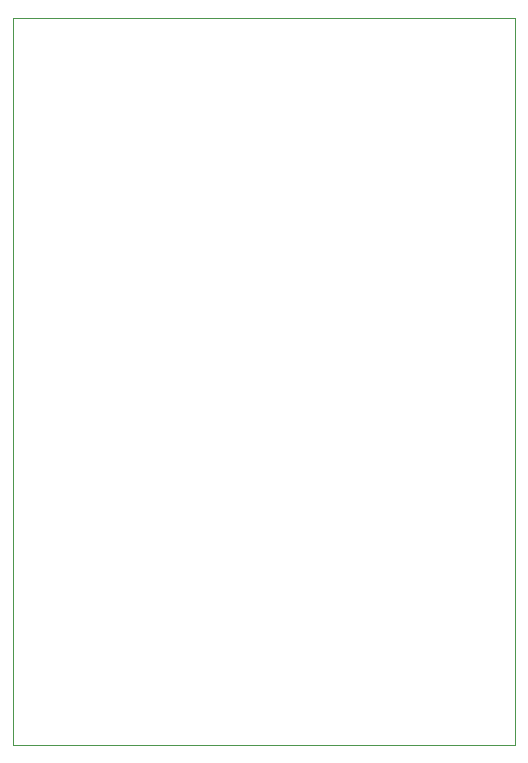
<source format=gm1>
%TF.GenerationSoftware,KiCad,Pcbnew,8.0.4*%
%TF.CreationDate,2024-12-21T23:10:03-05:00*%
%TF.ProjectId,Reaction Wheel,52656163-7469-46f6-9e20-576865656c2e,rev?*%
%TF.SameCoordinates,Original*%
%TF.FileFunction,Profile,NP*%
%FSLAX46Y46*%
G04 Gerber Fmt 4.6, Leading zero omitted, Abs format (unit mm)*
G04 Created by KiCad (PCBNEW 8.0.4) date 2024-12-21 23:10:03*
%MOMM*%
%LPD*%
G01*
G04 APERTURE LIST*
%TA.AperFunction,Profile*%
%ADD10C,0.050000*%
%TD*%
G04 APERTURE END LIST*
D10*
X44000000Y-48500000D02*
X86500000Y-48500000D01*
X86500000Y-110000000D01*
X44000000Y-110000000D01*
X44000000Y-48500000D01*
M02*

</source>
